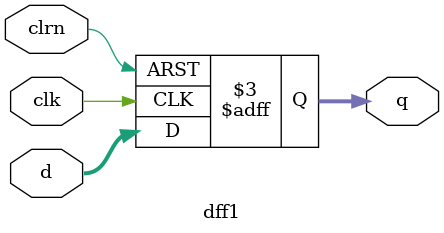
<source format=v>
module dff1 (d,clk,clrn,q);
   input  [3:0] d;
   input  clk,clrn;
   output [3:0] q;
   reg    [3:0] q;
   always @ (negedge clrn or posedge clk)
      if (clrn == 0) begin
          q <=0;
      end else begin
          q <= d;
      end
endmodule
</source>
